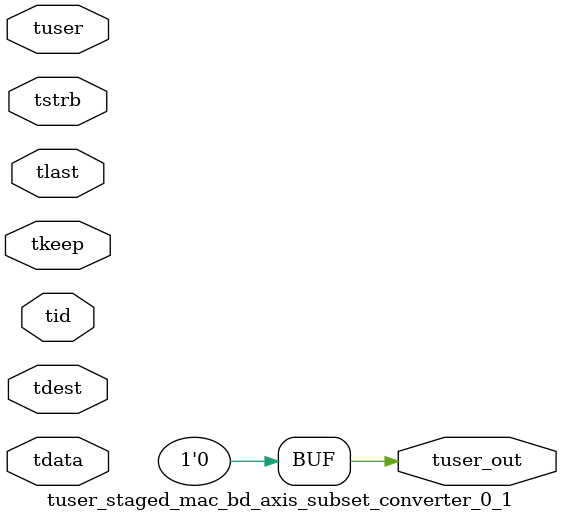
<source format=v>


`timescale 1ps/1ps

module tuser_staged_mac_bd_axis_subset_converter_0_1 #
(
parameter C_S_AXIS_TUSER_WIDTH = 1,
parameter C_S_AXIS_TDATA_WIDTH = 32,
parameter C_S_AXIS_TID_WIDTH   = 0,
parameter C_S_AXIS_TDEST_WIDTH = 0,
parameter C_M_AXIS_TUSER_WIDTH = 1
)
(
input  [(C_S_AXIS_TUSER_WIDTH == 0 ? 1 : C_S_AXIS_TUSER_WIDTH)-1:0     ] tuser,
input  [(C_S_AXIS_TDATA_WIDTH == 0 ? 1 : C_S_AXIS_TDATA_WIDTH)-1:0     ] tdata,
input  [(C_S_AXIS_TID_WIDTH   == 0 ? 1 : C_S_AXIS_TID_WIDTH)-1:0       ] tid,
input  [(C_S_AXIS_TDEST_WIDTH == 0 ? 1 : C_S_AXIS_TDEST_WIDTH)-1:0     ] tdest,
input  [(C_S_AXIS_TDATA_WIDTH/8)-1:0 ] tkeep,
input  [(C_S_AXIS_TDATA_WIDTH/8)-1:0 ] tstrb,
input                                                                    tlast,
output [C_M_AXIS_TUSER_WIDTH-1:0] tuser_out
);

assign tuser_out = {1'b0};

endmodule


</source>
